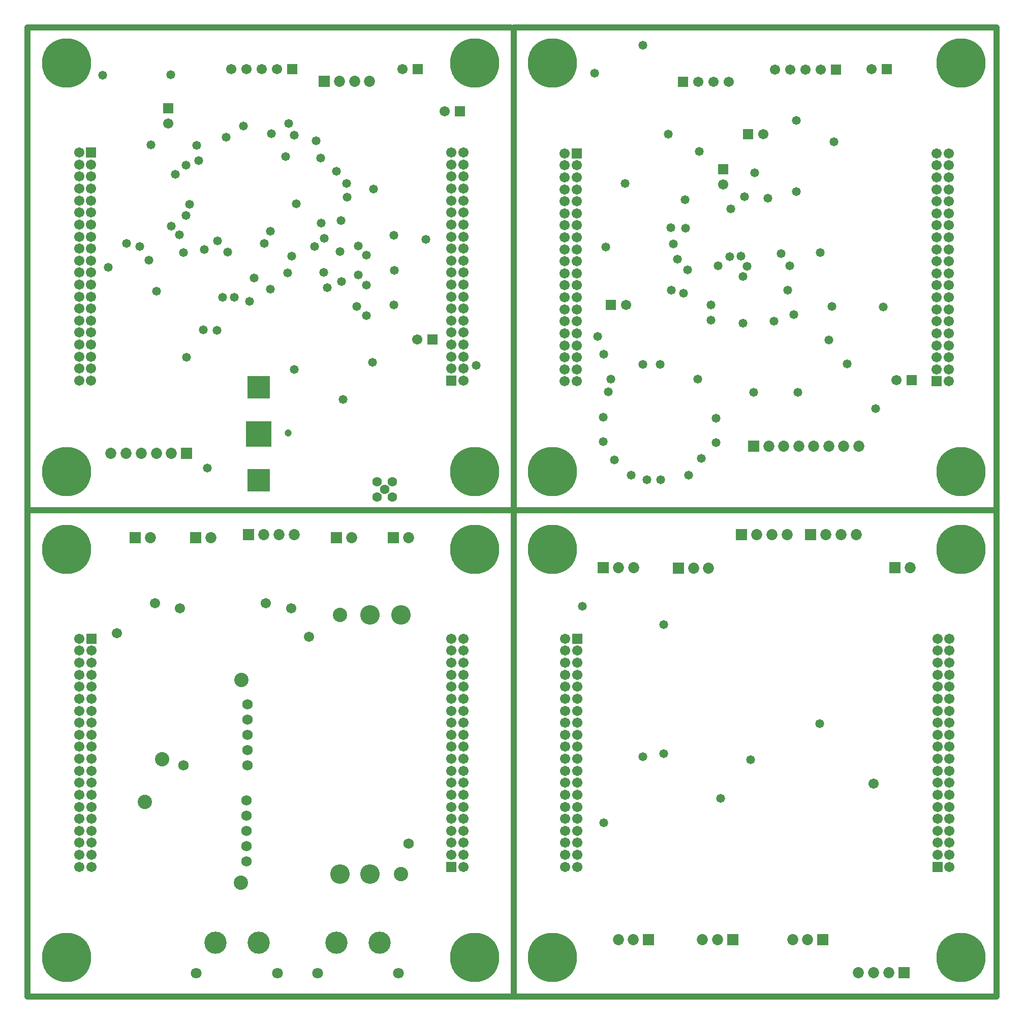
<source format=gbs>
G04*
G04 #@! TF.GenerationSoftware,Altium Limited,Altium Designer,20.0.10 (225)*
G04*
G04 Layer_Color=16711935*
%FSLAX25Y25*%
%MOIN*%
G70*
G01*
G75*
%ADD36C,0.03937*%
%ADD96C,0.06706*%
%ADD97R,0.06706X0.06706*%
%ADD100C,0.04737*%
%ADD101R,0.06706X0.06706*%
%ADD102C,0.06312*%
%ADD103C,0.05800*%
%ADD104C,0.32296*%
%ADD105C,0.07296*%
%ADD106R,0.07296X0.07296*%
%ADD111C,0.07099*%
%ADD112C,0.09400*%
%ADD113R,0.16548X0.16548*%
%ADD114R,0.14580X0.14973*%
%ADD115C,0.14580*%
%ADD116C,0.06800*%
%ADD117C,0.12800*%
D36*
Y316929D02*
Y635827D01*
X316929D01*
X0Y0D02*
Y318898D01*
Y0D02*
X635827D01*
Y318898D01*
X318898Y635827D02*
X318898Y0D01*
X318898Y635827D02*
X635827D01*
Y316929D02*
Y635827D01*
X0Y318898D02*
X635827D01*
D96*
X273622Y580709D02*
D03*
X133701Y608268D02*
D03*
X153701D02*
D03*
X163701D02*
D03*
X143701D02*
D03*
X255748Y431102D02*
D03*
X92520Y572835D02*
D03*
X246063Y608268D02*
D03*
X33965Y553650D02*
D03*
Y545776D02*
D03*
Y537902D02*
D03*
Y530028D02*
D03*
Y522154D02*
D03*
Y514280D02*
D03*
Y506405D02*
D03*
Y498531D02*
D03*
Y490658D02*
D03*
Y482784D02*
D03*
Y474909D02*
D03*
Y467035D02*
D03*
Y459161D02*
D03*
Y451287D02*
D03*
Y443413D02*
D03*
Y435539D02*
D03*
Y427665D02*
D03*
Y419791D02*
D03*
Y411917D02*
D03*
Y404043D02*
D03*
X41839Y545776D02*
D03*
Y537902D02*
D03*
Y530028D02*
D03*
Y522154D02*
D03*
Y514280D02*
D03*
Y506405D02*
D03*
Y498531D02*
D03*
Y490658D02*
D03*
Y482784D02*
D03*
Y474909D02*
D03*
Y467035D02*
D03*
Y459161D02*
D03*
Y451287D02*
D03*
Y443413D02*
D03*
Y435539D02*
D03*
Y427665D02*
D03*
Y419791D02*
D03*
Y411917D02*
D03*
Y404043D02*
D03*
X285933D02*
D03*
Y411917D02*
D03*
Y419791D02*
D03*
Y427665D02*
D03*
Y435539D02*
D03*
Y443413D02*
D03*
Y451287D02*
D03*
Y459161D02*
D03*
Y467035D02*
D03*
Y474909D02*
D03*
Y482784D02*
D03*
Y490658D02*
D03*
Y498531D02*
D03*
Y506405D02*
D03*
Y514280D02*
D03*
Y522154D02*
D03*
Y530028D02*
D03*
Y537902D02*
D03*
Y545776D02*
D03*
Y553650D02*
D03*
X278059Y411917D02*
D03*
Y419791D02*
D03*
Y427665D02*
D03*
Y435539D02*
D03*
Y443413D02*
D03*
Y451287D02*
D03*
Y459161D02*
D03*
Y467035D02*
D03*
Y474909D02*
D03*
Y482784D02*
D03*
Y490658D02*
D03*
Y498531D02*
D03*
Y506405D02*
D03*
Y514280D02*
D03*
Y522154D02*
D03*
Y530028D02*
D03*
Y537902D02*
D03*
Y545776D02*
D03*
Y553650D02*
D03*
X360236Y403543D02*
D03*
Y411417D02*
D03*
Y419291D02*
D03*
Y427165D02*
D03*
Y435039D02*
D03*
Y442913D02*
D03*
Y450787D02*
D03*
Y458661D02*
D03*
Y466535D02*
D03*
Y474409D02*
D03*
Y482283D02*
D03*
Y490158D02*
D03*
Y498032D02*
D03*
Y505905D02*
D03*
Y513779D02*
D03*
Y521654D02*
D03*
Y529528D02*
D03*
Y537402D02*
D03*
Y545276D02*
D03*
X352362Y403543D02*
D03*
Y411417D02*
D03*
Y419291D02*
D03*
Y427165D02*
D03*
Y435039D02*
D03*
Y442913D02*
D03*
Y450787D02*
D03*
Y458661D02*
D03*
Y466535D02*
D03*
Y474409D02*
D03*
Y482283D02*
D03*
Y490158D02*
D03*
Y498032D02*
D03*
Y505905D02*
D03*
Y513779D02*
D03*
Y521654D02*
D03*
Y529528D02*
D03*
Y537402D02*
D03*
Y545276D02*
D03*
Y553150D02*
D03*
X596457D02*
D03*
Y545276D02*
D03*
Y537402D02*
D03*
Y529528D02*
D03*
Y521654D02*
D03*
Y513779D02*
D03*
Y505905D02*
D03*
Y498032D02*
D03*
Y490158D02*
D03*
Y482283D02*
D03*
Y474409D02*
D03*
Y466535D02*
D03*
Y458661D02*
D03*
Y450787D02*
D03*
Y442913D02*
D03*
Y435039D02*
D03*
Y427165D02*
D03*
Y419291D02*
D03*
Y411417D02*
D03*
X604331Y553150D02*
D03*
Y545276D02*
D03*
Y537402D02*
D03*
Y529528D02*
D03*
Y521654D02*
D03*
Y513779D02*
D03*
Y505905D02*
D03*
Y498032D02*
D03*
Y490158D02*
D03*
Y482283D02*
D03*
Y474409D02*
D03*
Y466535D02*
D03*
Y458661D02*
D03*
Y450787D02*
D03*
Y442913D02*
D03*
Y435039D02*
D03*
Y427165D02*
D03*
Y419291D02*
D03*
Y411417D02*
D03*
Y403543D02*
D03*
X392677Y453543D02*
D03*
X460000Y600000D02*
D03*
X450000D02*
D03*
X440000D02*
D03*
X520236Y607874D02*
D03*
X510236D02*
D03*
X500236D02*
D03*
X490236D02*
D03*
X553780Y608268D02*
D03*
X482677Y565748D02*
D03*
X456299Y532677D02*
D03*
X569921Y404331D02*
D03*
X352862Y234752D02*
D03*
Y226878D02*
D03*
Y219004D02*
D03*
Y211130D02*
D03*
Y203256D02*
D03*
Y195382D02*
D03*
Y187508D02*
D03*
Y179634D02*
D03*
Y171760D02*
D03*
Y163886D02*
D03*
Y156012D02*
D03*
Y148138D02*
D03*
Y140264D02*
D03*
Y132390D02*
D03*
Y124516D02*
D03*
Y116642D02*
D03*
Y108768D02*
D03*
Y100894D02*
D03*
Y93020D02*
D03*
Y85146D02*
D03*
X360736Y226878D02*
D03*
Y219004D02*
D03*
Y211130D02*
D03*
Y203256D02*
D03*
Y195382D02*
D03*
Y187508D02*
D03*
Y179634D02*
D03*
Y171760D02*
D03*
Y163886D02*
D03*
Y156012D02*
D03*
Y148138D02*
D03*
Y140264D02*
D03*
Y132390D02*
D03*
Y124516D02*
D03*
Y116642D02*
D03*
Y108768D02*
D03*
Y100894D02*
D03*
Y93020D02*
D03*
Y85146D02*
D03*
X604831D02*
D03*
Y93020D02*
D03*
Y100894D02*
D03*
Y108768D02*
D03*
Y116642D02*
D03*
Y124516D02*
D03*
Y132390D02*
D03*
Y140264D02*
D03*
Y148138D02*
D03*
Y156012D02*
D03*
Y163886D02*
D03*
Y171760D02*
D03*
Y179634D02*
D03*
Y187508D02*
D03*
Y195382D02*
D03*
Y203256D02*
D03*
Y211130D02*
D03*
Y219004D02*
D03*
Y226878D02*
D03*
Y234752D02*
D03*
X596957Y93020D02*
D03*
Y100894D02*
D03*
Y108768D02*
D03*
Y116642D02*
D03*
Y124516D02*
D03*
Y132390D02*
D03*
Y140264D02*
D03*
Y148138D02*
D03*
Y156012D02*
D03*
Y163886D02*
D03*
Y171760D02*
D03*
Y179634D02*
D03*
Y187508D02*
D03*
Y195382D02*
D03*
Y203256D02*
D03*
Y211130D02*
D03*
Y219004D02*
D03*
Y226878D02*
D03*
Y234752D02*
D03*
X555118Y139764D02*
D03*
X278098Y234752D02*
D03*
Y226878D02*
D03*
Y219004D02*
D03*
Y211130D02*
D03*
Y203256D02*
D03*
Y195382D02*
D03*
Y187508D02*
D03*
Y179634D02*
D03*
Y171760D02*
D03*
Y163886D02*
D03*
Y156012D02*
D03*
Y148138D02*
D03*
Y140264D02*
D03*
Y132390D02*
D03*
Y124516D02*
D03*
Y116642D02*
D03*
Y108768D02*
D03*
Y100894D02*
D03*
Y93020D02*
D03*
X285972Y234752D02*
D03*
Y226878D02*
D03*
Y219004D02*
D03*
Y211130D02*
D03*
Y203256D02*
D03*
Y195382D02*
D03*
Y187508D02*
D03*
Y179634D02*
D03*
Y171760D02*
D03*
Y163886D02*
D03*
Y156012D02*
D03*
Y148138D02*
D03*
Y140264D02*
D03*
Y132390D02*
D03*
Y124516D02*
D03*
Y116642D02*
D03*
Y108768D02*
D03*
Y100894D02*
D03*
Y93020D02*
D03*
Y85146D02*
D03*
X41878D02*
D03*
Y93020D02*
D03*
Y100894D02*
D03*
Y108768D02*
D03*
Y116642D02*
D03*
Y124516D02*
D03*
Y132390D02*
D03*
Y140264D02*
D03*
Y148138D02*
D03*
Y156012D02*
D03*
Y163886D02*
D03*
Y171760D02*
D03*
Y179634D02*
D03*
Y187508D02*
D03*
Y195382D02*
D03*
Y203256D02*
D03*
Y211130D02*
D03*
Y219004D02*
D03*
Y226878D02*
D03*
X34004Y85146D02*
D03*
Y93020D02*
D03*
Y100894D02*
D03*
Y108768D02*
D03*
Y116642D02*
D03*
Y124516D02*
D03*
Y132390D02*
D03*
Y140264D02*
D03*
Y148138D02*
D03*
Y156012D02*
D03*
Y163886D02*
D03*
Y171760D02*
D03*
Y179634D02*
D03*
Y187508D02*
D03*
Y195382D02*
D03*
Y203256D02*
D03*
Y211130D02*
D03*
Y219004D02*
D03*
Y226878D02*
D03*
Y234752D02*
D03*
X173130Y254626D02*
D03*
X156299Y257874D02*
D03*
X58661Y238386D02*
D03*
X184646Y236024D02*
D03*
X83563Y258169D02*
D03*
X100098Y254626D02*
D03*
D97*
X283622Y580709D02*
D03*
X173701Y608268D02*
D03*
X265748Y431102D02*
D03*
X256063Y608268D02*
D03*
X382677Y453543D02*
D03*
X430000Y600000D02*
D03*
X530236Y607874D02*
D03*
X563779Y608268D02*
D03*
X472677Y565748D02*
D03*
X579921Y404331D02*
D03*
D100*
X171063Y369664D02*
D03*
D101*
X92520Y582835D02*
D03*
X41839Y553650D02*
D03*
X278059Y404043D02*
D03*
X360236Y553150D02*
D03*
X596457Y403543D02*
D03*
X456299Y542677D02*
D03*
X360736Y234752D02*
D03*
X596957Y85146D02*
D03*
X278098D02*
D03*
X41878Y234752D02*
D03*
D102*
X234252Y332677D02*
D03*
X239252Y327677D02*
D03*
Y337677D02*
D03*
X229252D02*
D03*
Y327677D02*
D03*
D103*
X226454Y415926D02*
D03*
X189489Y561306D02*
D03*
X169310Y550887D02*
D03*
X118029Y346655D02*
D03*
X261253Y496686D02*
D03*
X205644Y509070D02*
D03*
X99546Y499839D02*
D03*
X102356Y488146D02*
D03*
X94308Y505534D02*
D03*
X103897Y512487D02*
D03*
X130336Y563633D02*
D03*
X188447Y492009D02*
D03*
X173507Y485818D02*
D03*
X206042Y469043D02*
D03*
X194404Y474983D02*
D03*
X194763Y497402D02*
D03*
X192723Y507527D02*
D03*
X53150Y478346D02*
D03*
X240357Y453793D02*
D03*
X240583Y476452D02*
D03*
X196723Y464954D02*
D03*
X205021Y488662D02*
D03*
X111132Y558427D02*
D03*
X240354Y499409D02*
D03*
X124428Y436917D02*
D03*
X115420Y437346D02*
D03*
X171260Y572835D02*
D03*
X175197Y564961D02*
D03*
X160005Y565941D02*
D03*
X49213Y604331D02*
D03*
X84646Y462598D02*
D03*
X79595Y483129D02*
D03*
X106325Y519713D02*
D03*
X73762Y491878D02*
D03*
X64961Y494095D02*
D03*
X155512D02*
D03*
X148622Y471457D02*
D03*
X159449Y501968D02*
D03*
X145600Y455909D02*
D03*
X135827Y458661D02*
D03*
X127953D02*
D03*
X192438Y550085D02*
D03*
X176226Y519943D02*
D03*
X141677Y570987D02*
D03*
X96991Y539274D02*
D03*
X131461Y488450D02*
D03*
X124644Y495727D02*
D03*
X116142Y490158D02*
D03*
X104331Y419291D02*
D03*
X207160Y391765D02*
D03*
X226996Y529555D02*
D03*
X202756Y541339D02*
D03*
X209643Y524344D02*
D03*
X209246Y533353D02*
D03*
X170856Y474588D02*
D03*
X215905Y452777D02*
D03*
X217034Y473504D02*
D03*
X216901Y492238D02*
D03*
X222441Y446850D02*
D03*
Y466535D02*
D03*
Y486221D02*
D03*
X112205Y548362D02*
D03*
X104163Y545525D02*
D03*
X93927Y604807D02*
D03*
X81175Y558577D02*
D03*
X159329Y463923D02*
D03*
X175197Y411417D02*
D03*
X294506Y414179D02*
D03*
X381102Y396850D02*
D03*
X377953Y421260D02*
D03*
X374016Y433071D02*
D03*
X451575Y379528D02*
D03*
X377559Y380071D02*
D03*
X414961Y414567D02*
D03*
X556299Y385764D02*
D03*
X505512Y396457D02*
D03*
X504331Y527953D02*
D03*
X500000Y479500D02*
D03*
X379409Y491613D02*
D03*
X477055Y540476D02*
D03*
X433071Y476772D02*
D03*
X426378Y483858D02*
D03*
X469291Y441732D02*
D03*
X422441Y463386D02*
D03*
X448425Y443701D02*
D03*
X430315Y461417D02*
D03*
X525591Y430709D02*
D03*
X527866Y452817D02*
D03*
X520079Y488189D02*
D03*
X448425Y453740D02*
D03*
X502756Y447244D02*
D03*
X494488Y487402D02*
D03*
X529134Y560630D02*
D03*
X453150Y479331D02*
D03*
X472047Y479134D02*
D03*
X460630Y485433D02*
D03*
X468110Y485827D02*
D03*
X469291Y472441D02*
D03*
X461417Y516535D02*
D03*
X470472Y524803D02*
D03*
X431496Y522835D02*
D03*
X420472Y565748D02*
D03*
X403543Y624016D02*
D03*
X504331Y574803D02*
D03*
X561417Y452362D02*
D03*
X396063Y342126D02*
D03*
X423622Y493701D02*
D03*
X422047Y504331D02*
D03*
X391929Y533268D02*
D03*
X537598Y414961D02*
D03*
X442126Y353150D02*
D03*
X476378Y396457D02*
D03*
X439764Y405118D02*
D03*
X415354Y338976D02*
D03*
X406299D02*
D03*
X382677Y405118D02*
D03*
X385039Y351969D02*
D03*
X377559Y364173D02*
D03*
X451575Y363386D02*
D03*
X433858Y342126D02*
D03*
X403543Y414567D02*
D03*
X485827Y523622D02*
D03*
X431693Y503937D02*
D03*
X498841Y463364D02*
D03*
X489764Y442913D02*
D03*
X440551Y554331D02*
D03*
X372105Y605781D02*
D03*
X519685Y179134D02*
D03*
X403543Y157480D02*
D03*
X454724Y129921D02*
D03*
X377953Y114173D02*
D03*
X474409Y155512D02*
D03*
X364173Y255906D02*
D03*
X417323Y244094D02*
D03*
Y159449D02*
D03*
D104*
X293307Y344488D02*
D03*
Y612205D02*
D03*
X25591Y344488D02*
D03*
Y612205D02*
D03*
X344488D02*
D03*
Y344488D02*
D03*
X612205D02*
D03*
Y612205D02*
D03*
X344488Y293307D02*
D03*
X612205D02*
D03*
Y25591D02*
D03*
X344488D02*
D03*
X293307Y293307D02*
D03*
Y25591D02*
D03*
X25591D02*
D03*
Y293307D02*
D03*
D105*
X224410Y600394D02*
D03*
X204685D02*
D03*
X214567D02*
D03*
X74803Y356299D02*
D03*
X94528D02*
D03*
X84646D02*
D03*
X64803D02*
D03*
X54803D02*
D03*
X545276Y361024D02*
D03*
X535433D02*
D03*
X525591D02*
D03*
X515748D02*
D03*
X505905D02*
D03*
X496063D02*
D03*
X486221D02*
D03*
X578898Y281496D02*
D03*
X397480Y37402D02*
D03*
X387598D02*
D03*
X452598D02*
D03*
X442717D02*
D03*
X511850D02*
D03*
X501968D02*
D03*
X543780Y303150D02*
D03*
X533779D02*
D03*
X523779D02*
D03*
X387795Y281496D02*
D03*
X397677D02*
D03*
X544961Y15748D02*
D03*
X554961D02*
D03*
X564961D02*
D03*
X436969Y280906D02*
D03*
X446851D02*
D03*
X498347Y303150D02*
D03*
X488346D02*
D03*
X478346D02*
D03*
X155197Y303150D02*
D03*
X165197D02*
D03*
X175197D02*
D03*
X80866Y301181D02*
D03*
X120236D02*
D03*
X212598D02*
D03*
X250157D02*
D03*
D106*
X194685Y600394D02*
D03*
X104528Y356299D02*
D03*
X476378Y361024D02*
D03*
X568898Y281496D02*
D03*
X407480Y37402D02*
D03*
X462598D02*
D03*
X521850D02*
D03*
X513779Y303150D02*
D03*
X377795Y281496D02*
D03*
X574961Y15748D02*
D03*
X426969Y280906D02*
D03*
X468347Y303150D02*
D03*
X145197Y303150D02*
D03*
X70866Y301181D02*
D03*
X110236D02*
D03*
X202598D02*
D03*
X240158D02*
D03*
D111*
X110827Y15433D02*
D03*
X163976D02*
D03*
X243504D02*
D03*
X190354D02*
D03*
D112*
X205000Y250394D02*
D03*
X245000Y80394D02*
D03*
X77201Y127583D02*
D03*
X140201Y74583D02*
D03*
X88362Y155575D02*
D03*
X140362Y207575D02*
D03*
D113*
X151575Y369172D02*
D03*
D114*
Y338660D02*
D03*
Y399684D02*
D03*
D115*
X123228Y35433D02*
D03*
X151575D02*
D03*
X231102D02*
D03*
X202756D02*
D03*
D116*
X250000Y100394D02*
D03*
X143701Y88583D02*
D03*
Y98583D02*
D03*
Y108583D02*
D03*
Y118583D02*
D03*
Y128583D02*
D03*
X102362Y151575D02*
D03*
X144362Y191575D02*
D03*
Y181575D02*
D03*
Y171575D02*
D03*
Y161575D02*
D03*
Y151575D02*
D03*
D117*
X224700Y80394D02*
D03*
X205000D02*
D03*
X245000Y250394D02*
D03*
X224700D02*
D03*
M02*

</source>
